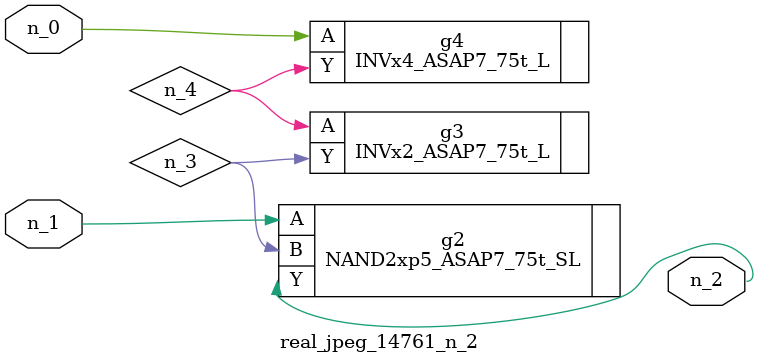
<source format=v>
module real_jpeg_14761_n_2 (n_1, n_0, n_2);

input n_1;
input n_0;

output n_2;

wire n_4;
wire n_3;

INVx4_ASAP7_75t_L g4 ( 
.A(n_0),
.Y(n_4)
);

NAND2xp5_ASAP7_75t_SL g2 ( 
.A(n_1),
.B(n_3),
.Y(n_2)
);

INVx2_ASAP7_75t_L g3 ( 
.A(n_4),
.Y(n_3)
);


endmodule
</source>
